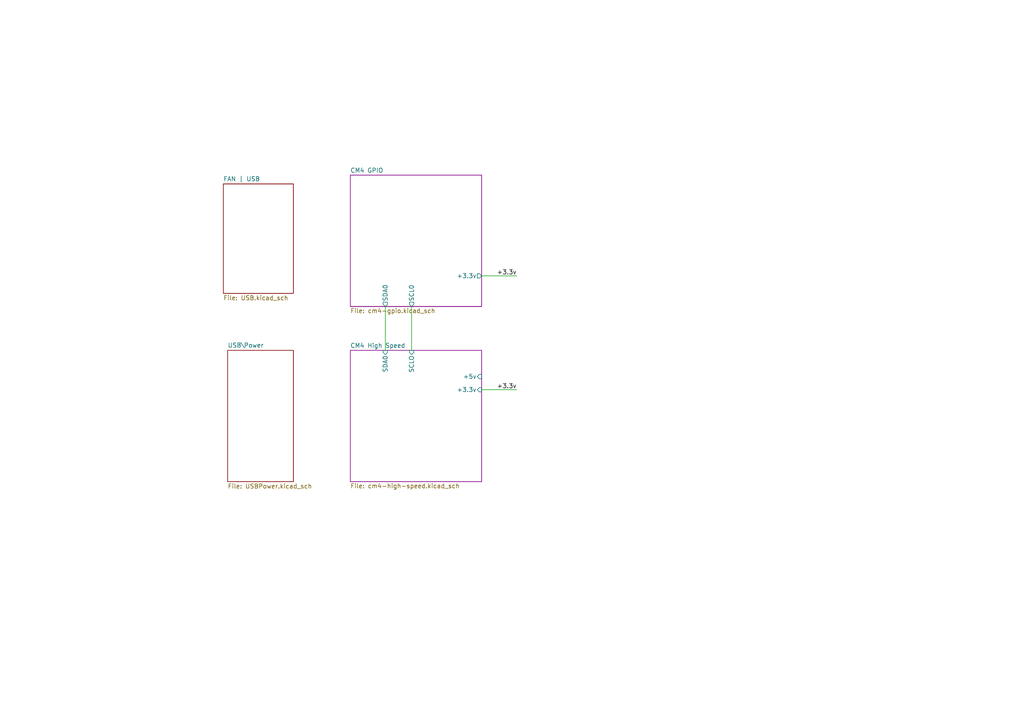
<source format=kicad_sch>
(kicad_sch (version 20230121) (generator eeschema)
  (paper "A4")
  (title_block (title "base") (date "2024-07-13") (rev "v01") (comment 2 "creativecommons.org/licenses/by-sa/4.0/") (comment 3 "License: CC BY 4.0") (comment 4 "Author: Lucas Gomes "))
  (lib_symbols)
  (wire (pts (xy 139.7 80.01) (xy 149.86 80.01)))
  (wire (pts (xy 111.76 88.9) (xy 111.76 101.6)))
  (wire (pts (xy 119.38 88.9) (xy 119.38 101.6)))
  (wire (pts (xy 139.7 113.03) (xy 149.86 113.03)))
  (label "+3.3v" (at 149.86 113.03 180))
  (label "+3.3v" (at 149.86 80.01 180))
  (sheet (at 64.77 53.34) (size 20.32 31.75) (stroke (width 0.1524))
    (property "Sheetname" "FAN | USB" (at 64.77 52.6284 0) (effects (justify left bottom)))
    (property "Sheetfile" "USB.kicad_sch" (at 64.77 85.6746 0) (effects (justify left top)))
  )
  (sheet (at 101.6 101.6) (size 38.1 38.1) (stroke (width 0) (color 132 0 132 1)) (fill (color 255 255 255 0.0000))
    (property "Sheetname" "CM4 High Speed" (at 101.6 100.9645 0) (effects (justify left bottom)))
    (property "Sheetfile" "cm4-high-speed.kicad_sch" (at 101.6 140.2085 0) (effects (justify left top)))
    (pin "+5v" input (at 139.7 109.22 0))
    (pin "SCLO" input (at 119.38 101.6 90))
    (pin "SDA0" input (at 111.76 101.6 90))
    (pin "+3.3v" input (at 139.7 113.03 0))
  )
  (sheet (at 66.04 101.6) (size 19.05 38.1) (stroke (width 0.1524))
    (property "Sheetname" "USB\\Power" (at 66.04 100.8884 0) (effects (justify left bottom)))
    (property "Sheetfile" "USBPower.kicad_sch" (at 66.04 140.2846 0) (effects (justify left top)))
  )
  (sheet (at 101.6 50.8) (size 38.1 38.1) (stroke (width 0) (color 132 0 132 1)) (fill (color 255 255 255 0.0000))
    (property "Sheetname" "CM4 GPIO" (at 101.6 50.1645 0) (effects (justify left bottom)))
    (property "Sheetfile" "cm4-gpio.kicad_sch" (at 101.6 89.4085 0) (effects (justify left top)))
    (pin "SDA0" output (at 111.76 88.9 270))
    (pin "SCL0" output (at 119.38 88.9 270))
    (pin "+3.3v" output (at 139.7 80.01 0))
  )
)
</source>
